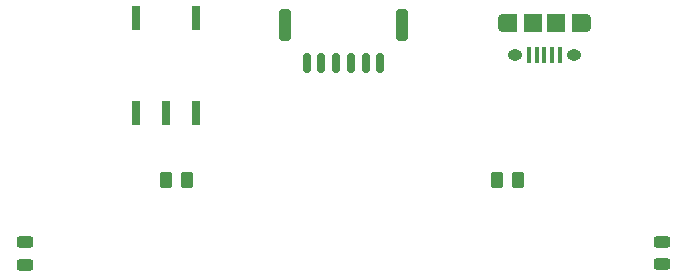
<source format=gbr>
%TF.GenerationSoftware,KiCad,Pcbnew,7.0.7-rc1*%
%TF.CreationDate,2024-03-01T23:28:45-05:00*%
%TF.ProjectId,COMPCBSTATIC,434f4d50-4342-4535-9441-5449432e6b69,rev?*%
%TF.SameCoordinates,Original*%
%TF.FileFunction,Paste,Top*%
%TF.FilePolarity,Positive*%
%FSLAX46Y46*%
G04 Gerber Fmt 4.6, Leading zero omitted, Abs format (unit mm)*
G04 Created by KiCad (PCBNEW 7.0.7-rc1) date 2024-03-01 23:28:45*
%MOMM*%
%LPD*%
G01*
G04 APERTURE LIST*
G04 Aperture macros list*
%AMRoundRect*
0 Rectangle with rounded corners*
0 $1 Rounding radius*
0 $2 $3 $4 $5 $6 $7 $8 $9 X,Y pos of 4 corners*
0 Add a 4 corners polygon primitive as box body*
4,1,4,$2,$3,$4,$5,$6,$7,$8,$9,$2,$3,0*
0 Add four circle primitives for the rounded corners*
1,1,$1+$1,$2,$3*
1,1,$1+$1,$4,$5*
1,1,$1+$1,$6,$7*
1,1,$1+$1,$8,$9*
0 Add four rect primitives between the rounded corners*
20,1,$1+$1,$2,$3,$4,$5,0*
20,1,$1+$1,$4,$5,$6,$7,0*
20,1,$1+$1,$6,$7,$8,$9,0*
20,1,$1+$1,$8,$9,$2,$3,0*%
G04 Aperture macros list end*
%ADD10O,0.890000X1.550000*%
%ADD11O,1.250000X0.950000*%
%ADD12R,0.400000X1.350000*%
%ADD13R,1.200000X1.550000*%
%ADD14R,1.500000X1.550000*%
%ADD15RoundRect,0.243750X0.456250X-0.243750X0.456250X0.243750X-0.456250X0.243750X-0.456250X-0.243750X0*%
%ADD16RoundRect,0.150000X0.150000X0.700000X-0.150000X0.700000X-0.150000X-0.700000X0.150000X-0.700000X0*%
%ADD17RoundRect,0.250000X0.250000X1.100000X-0.250000X1.100000X-0.250000X-1.100000X0.250000X-1.100000X0*%
%ADD18RoundRect,0.250000X0.262500X0.450000X-0.262500X0.450000X-0.262500X-0.450000X0.262500X-0.450000X0*%
%ADD19R,0.762000X2.032000*%
%ADD20RoundRect,0.250000X-0.262500X-0.450000X0.262500X-0.450000X0.262500X0.450000X-0.262500X0.450000X0*%
G04 APERTURE END LIST*
D10*
%TO.C,J2*%
X72500000Y-59500000D03*
D11*
X71500000Y-62200000D03*
X66500000Y-62200000D03*
D10*
X65500000Y-59500000D03*
D12*
X70300000Y-62200000D03*
X69650000Y-62200000D03*
X69000000Y-62200000D03*
X68350000Y-62200000D03*
X67700000Y-62200000D03*
D13*
X71900000Y-59500000D03*
D14*
X70000000Y-59500000D03*
X68000000Y-59500000D03*
D13*
X66100000Y-59500000D03*
%TD*%
D15*
%TO.C,D1*%
X79000000Y-79875000D03*
X79000000Y-78000000D03*
%TD*%
D16*
%TO.C,J1*%
X55125000Y-62850000D03*
X53875000Y-62850000D03*
X52625000Y-62850000D03*
X51375000Y-62850000D03*
X50125000Y-62850000D03*
X48875000Y-62850000D03*
D17*
X56975000Y-59650000D03*
X47025000Y-59650000D03*
%TD*%
D18*
%TO.C,R2*%
X38762500Y-72750000D03*
X36937500Y-72750000D03*
%TD*%
D15*
%TO.C,D2*%
X25000000Y-79937500D03*
X25000000Y-78062500D03*
%TD*%
D19*
%TO.C,SW1*%
X34460000Y-67078000D03*
X37000000Y-67078000D03*
X39540000Y-67078000D03*
X39540000Y-59077000D03*
X34460000Y-59077000D03*
%TD*%
D20*
%TO.C,R1*%
X64987500Y-72750000D03*
X66812500Y-72750000D03*
%TD*%
M02*

</source>
